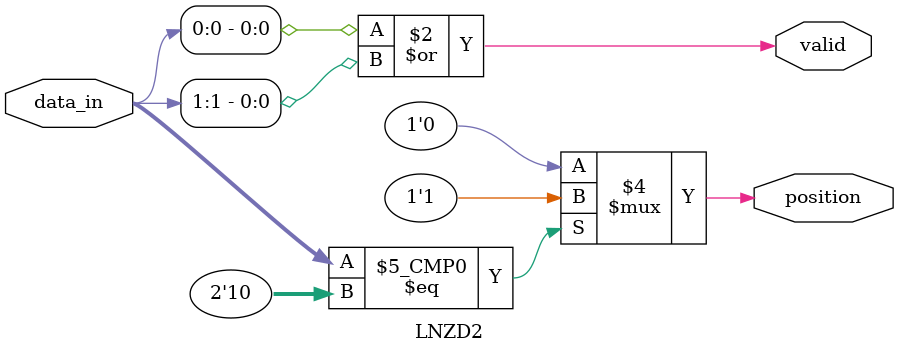
<source format=v>

module LNZD2 (
  input wire  [1:0]               data_in,      // input data
  output reg                      position,     // position of nonzero element
  output wire                     valid         // valid for nonzero elements
);

// position: the first nonzero element's position
always @ (*) begin
  case (data_in)
    2'b01, 2'b11: begin
      position  = 1'b0;
    end
    2'b10: begin
      position  = 1'b1;
    end
    default: begin
      position  = 1'b0;
    end
  endcase
end

// valid: asserts when any data input is nonzero
assign valid = data_in[0] | data_in[1];

endmodule



</source>
